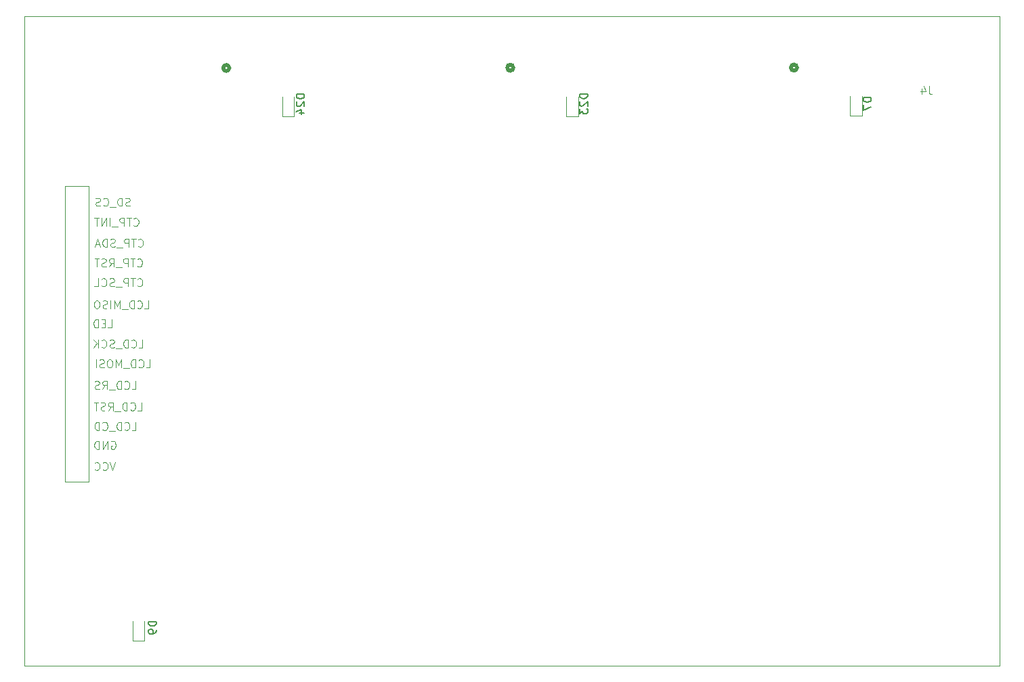
<source format=gbr>
%TF.GenerationSoftware,KiCad,Pcbnew,8.0.8*%
%TF.CreationDate,2025-11-10T08:34:54-07:00*%
%TF.ProjectId,WiegandTest,57696567-616e-4645-9465-73742e6b6963,A*%
%TF.SameCoordinates,Original*%
%TF.FileFunction,Legend,Bot*%
%TF.FilePolarity,Positive*%
%FSLAX46Y46*%
G04 Gerber Fmt 4.6, Leading zero omitted, Abs format (unit mm)*
G04 Created by KiCad (PCBNEW 8.0.8) date 2025-11-10 08:34:54*
%MOMM*%
%LPD*%
G01*
G04 APERTURE LIST*
%ADD10C,0.100000*%
%ADD11C,0.150000*%
%ADD12C,0.508000*%
%ADD13C,0.120000*%
%TA.AperFunction,Profile*%
%ADD14C,0.050000*%
%TD*%
G04 APERTURE END LIST*
D10*
X83979725Y-101421619D02*
X84455915Y-101421619D01*
X84455915Y-101421619D02*
X84455915Y-100421619D01*
X83074963Y-101326380D02*
X83122582Y-101374000D01*
X83122582Y-101374000D02*
X83265439Y-101421619D01*
X83265439Y-101421619D02*
X83360677Y-101421619D01*
X83360677Y-101421619D02*
X83503534Y-101374000D01*
X83503534Y-101374000D02*
X83598772Y-101278761D01*
X83598772Y-101278761D02*
X83646391Y-101183523D01*
X83646391Y-101183523D02*
X83694010Y-100993047D01*
X83694010Y-100993047D02*
X83694010Y-100850190D01*
X83694010Y-100850190D02*
X83646391Y-100659714D01*
X83646391Y-100659714D02*
X83598772Y-100564476D01*
X83598772Y-100564476D02*
X83503534Y-100469238D01*
X83503534Y-100469238D02*
X83360677Y-100421619D01*
X83360677Y-100421619D02*
X83265439Y-100421619D01*
X83265439Y-100421619D02*
X83122582Y-100469238D01*
X83122582Y-100469238D02*
X83074963Y-100516857D01*
X82646391Y-101421619D02*
X82646391Y-100421619D01*
X82646391Y-100421619D02*
X82408296Y-100421619D01*
X82408296Y-100421619D02*
X82265439Y-100469238D01*
X82265439Y-100469238D02*
X82170201Y-100564476D01*
X82170201Y-100564476D02*
X82122582Y-100659714D01*
X82122582Y-100659714D02*
X82074963Y-100850190D01*
X82074963Y-100850190D02*
X82074963Y-100993047D01*
X82074963Y-100993047D02*
X82122582Y-101183523D01*
X82122582Y-101183523D02*
X82170201Y-101278761D01*
X82170201Y-101278761D02*
X82265439Y-101374000D01*
X82265439Y-101374000D02*
X82408296Y-101421619D01*
X82408296Y-101421619D02*
X82646391Y-101421619D01*
X81884487Y-101516857D02*
X81122582Y-101516857D01*
X80313058Y-101421619D02*
X80646391Y-100945428D01*
X80884486Y-101421619D02*
X80884486Y-100421619D01*
X80884486Y-100421619D02*
X80503534Y-100421619D01*
X80503534Y-100421619D02*
X80408296Y-100469238D01*
X80408296Y-100469238D02*
X80360677Y-100516857D01*
X80360677Y-100516857D02*
X80313058Y-100612095D01*
X80313058Y-100612095D02*
X80313058Y-100754952D01*
X80313058Y-100754952D02*
X80360677Y-100850190D01*
X80360677Y-100850190D02*
X80408296Y-100897809D01*
X80408296Y-100897809D02*
X80503534Y-100945428D01*
X80503534Y-100945428D02*
X80884486Y-100945428D01*
X79932105Y-101374000D02*
X79789248Y-101421619D01*
X79789248Y-101421619D02*
X79551153Y-101421619D01*
X79551153Y-101421619D02*
X79455915Y-101374000D01*
X79455915Y-101374000D02*
X79408296Y-101326380D01*
X79408296Y-101326380D02*
X79360677Y-101231142D01*
X79360677Y-101231142D02*
X79360677Y-101135904D01*
X79360677Y-101135904D02*
X79408296Y-101040666D01*
X79408296Y-101040666D02*
X79455915Y-100993047D01*
X79455915Y-100993047D02*
X79551153Y-100945428D01*
X79551153Y-100945428D02*
X79741629Y-100897809D01*
X79741629Y-100897809D02*
X79836867Y-100850190D01*
X79836867Y-100850190D02*
X79884486Y-100802571D01*
X79884486Y-100802571D02*
X79932105Y-100707333D01*
X79932105Y-100707333D02*
X79932105Y-100612095D01*
X79932105Y-100612095D02*
X79884486Y-100516857D01*
X79884486Y-100516857D02*
X79836867Y-100469238D01*
X79836867Y-100469238D02*
X79741629Y-100421619D01*
X79741629Y-100421619D02*
X79503534Y-100421619D01*
X79503534Y-100421619D02*
X79360677Y-100469238D01*
X79074962Y-100421619D02*
X78503534Y-100421619D01*
X78789248Y-101421619D02*
X78789248Y-100421619D01*
X84106725Y-93573019D02*
X84582915Y-93573019D01*
X84582915Y-93573019D02*
X84582915Y-92573019D01*
X83201963Y-93477780D02*
X83249582Y-93525400D01*
X83249582Y-93525400D02*
X83392439Y-93573019D01*
X83392439Y-93573019D02*
X83487677Y-93573019D01*
X83487677Y-93573019D02*
X83630534Y-93525400D01*
X83630534Y-93525400D02*
X83725772Y-93430161D01*
X83725772Y-93430161D02*
X83773391Y-93334923D01*
X83773391Y-93334923D02*
X83821010Y-93144447D01*
X83821010Y-93144447D02*
X83821010Y-93001590D01*
X83821010Y-93001590D02*
X83773391Y-92811114D01*
X83773391Y-92811114D02*
X83725772Y-92715876D01*
X83725772Y-92715876D02*
X83630534Y-92620638D01*
X83630534Y-92620638D02*
X83487677Y-92573019D01*
X83487677Y-92573019D02*
X83392439Y-92573019D01*
X83392439Y-92573019D02*
X83249582Y-92620638D01*
X83249582Y-92620638D02*
X83201963Y-92668257D01*
X82773391Y-93573019D02*
X82773391Y-92573019D01*
X82773391Y-92573019D02*
X82535296Y-92573019D01*
X82535296Y-92573019D02*
X82392439Y-92620638D01*
X82392439Y-92620638D02*
X82297201Y-92715876D01*
X82297201Y-92715876D02*
X82249582Y-92811114D01*
X82249582Y-92811114D02*
X82201963Y-93001590D01*
X82201963Y-93001590D02*
X82201963Y-93144447D01*
X82201963Y-93144447D02*
X82249582Y-93334923D01*
X82249582Y-93334923D02*
X82297201Y-93430161D01*
X82297201Y-93430161D02*
X82392439Y-93525400D01*
X82392439Y-93525400D02*
X82535296Y-93573019D01*
X82535296Y-93573019D02*
X82773391Y-93573019D01*
X82011487Y-93668257D02*
X81249582Y-93668257D01*
X81059105Y-93525400D02*
X80916248Y-93573019D01*
X80916248Y-93573019D02*
X80678153Y-93573019D01*
X80678153Y-93573019D02*
X80582915Y-93525400D01*
X80582915Y-93525400D02*
X80535296Y-93477780D01*
X80535296Y-93477780D02*
X80487677Y-93382542D01*
X80487677Y-93382542D02*
X80487677Y-93287304D01*
X80487677Y-93287304D02*
X80535296Y-93192066D01*
X80535296Y-93192066D02*
X80582915Y-93144447D01*
X80582915Y-93144447D02*
X80678153Y-93096828D01*
X80678153Y-93096828D02*
X80868629Y-93049209D01*
X80868629Y-93049209D02*
X80963867Y-93001590D01*
X80963867Y-93001590D02*
X81011486Y-92953971D01*
X81011486Y-92953971D02*
X81059105Y-92858733D01*
X81059105Y-92858733D02*
X81059105Y-92763495D01*
X81059105Y-92763495D02*
X81011486Y-92668257D01*
X81011486Y-92668257D02*
X80963867Y-92620638D01*
X80963867Y-92620638D02*
X80868629Y-92573019D01*
X80868629Y-92573019D02*
X80630534Y-92573019D01*
X80630534Y-92573019D02*
X80487677Y-92620638D01*
X79487677Y-93477780D02*
X79535296Y-93525400D01*
X79535296Y-93525400D02*
X79678153Y-93573019D01*
X79678153Y-93573019D02*
X79773391Y-93573019D01*
X79773391Y-93573019D02*
X79916248Y-93525400D01*
X79916248Y-93525400D02*
X80011486Y-93430161D01*
X80011486Y-93430161D02*
X80059105Y-93334923D01*
X80059105Y-93334923D02*
X80106724Y-93144447D01*
X80106724Y-93144447D02*
X80106724Y-93001590D01*
X80106724Y-93001590D02*
X80059105Y-92811114D01*
X80059105Y-92811114D02*
X80011486Y-92715876D01*
X80011486Y-92715876D02*
X79916248Y-92620638D01*
X79916248Y-92620638D02*
X79773391Y-92573019D01*
X79773391Y-92573019D02*
X79678153Y-92573019D01*
X79678153Y-92573019D02*
X79535296Y-92620638D01*
X79535296Y-92620638D02*
X79487677Y-92668257D01*
X79059105Y-93573019D02*
X79059105Y-92573019D01*
X78487677Y-93573019D02*
X78916248Y-93001590D01*
X78487677Y-92573019D02*
X79059105Y-93144447D01*
X80271325Y-91058419D02*
X80747515Y-91058419D01*
X80747515Y-91058419D02*
X80747515Y-90058419D01*
X79937991Y-90534609D02*
X79604658Y-90534609D01*
X79461801Y-91058419D02*
X79937991Y-91058419D01*
X79937991Y-91058419D02*
X79937991Y-90058419D01*
X79937991Y-90058419D02*
X79461801Y-90058419D01*
X79033229Y-91058419D02*
X79033229Y-90058419D01*
X79033229Y-90058419D02*
X78795134Y-90058419D01*
X78795134Y-90058419D02*
X78652277Y-90106038D01*
X78652277Y-90106038D02*
X78557039Y-90201276D01*
X78557039Y-90201276D02*
X78509420Y-90296514D01*
X78509420Y-90296514D02*
X78461801Y-90486990D01*
X78461801Y-90486990D02*
X78461801Y-90629847D01*
X78461801Y-90629847D02*
X78509420Y-90820323D01*
X78509420Y-90820323D02*
X78557039Y-90915561D01*
X78557039Y-90915561D02*
X78652277Y-91010800D01*
X78652277Y-91010800D02*
X78795134Y-91058419D01*
X78795134Y-91058419D02*
X79033229Y-91058419D01*
X83030334Y-75796200D02*
X82887477Y-75843819D01*
X82887477Y-75843819D02*
X82649382Y-75843819D01*
X82649382Y-75843819D02*
X82554144Y-75796200D01*
X82554144Y-75796200D02*
X82506525Y-75748580D01*
X82506525Y-75748580D02*
X82458906Y-75653342D01*
X82458906Y-75653342D02*
X82458906Y-75558104D01*
X82458906Y-75558104D02*
X82506525Y-75462866D01*
X82506525Y-75462866D02*
X82554144Y-75415247D01*
X82554144Y-75415247D02*
X82649382Y-75367628D01*
X82649382Y-75367628D02*
X82839858Y-75320009D01*
X82839858Y-75320009D02*
X82935096Y-75272390D01*
X82935096Y-75272390D02*
X82982715Y-75224771D01*
X82982715Y-75224771D02*
X83030334Y-75129533D01*
X83030334Y-75129533D02*
X83030334Y-75034295D01*
X83030334Y-75034295D02*
X82982715Y-74939057D01*
X82982715Y-74939057D02*
X82935096Y-74891438D01*
X82935096Y-74891438D02*
X82839858Y-74843819D01*
X82839858Y-74843819D02*
X82601763Y-74843819D01*
X82601763Y-74843819D02*
X82458906Y-74891438D01*
X82030334Y-75843819D02*
X82030334Y-74843819D01*
X82030334Y-74843819D02*
X81792239Y-74843819D01*
X81792239Y-74843819D02*
X81649382Y-74891438D01*
X81649382Y-74891438D02*
X81554144Y-74986676D01*
X81554144Y-74986676D02*
X81506525Y-75081914D01*
X81506525Y-75081914D02*
X81458906Y-75272390D01*
X81458906Y-75272390D02*
X81458906Y-75415247D01*
X81458906Y-75415247D02*
X81506525Y-75605723D01*
X81506525Y-75605723D02*
X81554144Y-75700961D01*
X81554144Y-75700961D02*
X81649382Y-75796200D01*
X81649382Y-75796200D02*
X81792239Y-75843819D01*
X81792239Y-75843819D02*
X82030334Y-75843819D01*
X81268430Y-75939057D02*
X80506525Y-75939057D01*
X79697001Y-75748580D02*
X79744620Y-75796200D01*
X79744620Y-75796200D02*
X79887477Y-75843819D01*
X79887477Y-75843819D02*
X79982715Y-75843819D01*
X79982715Y-75843819D02*
X80125572Y-75796200D01*
X80125572Y-75796200D02*
X80220810Y-75700961D01*
X80220810Y-75700961D02*
X80268429Y-75605723D01*
X80268429Y-75605723D02*
X80316048Y-75415247D01*
X80316048Y-75415247D02*
X80316048Y-75272390D01*
X80316048Y-75272390D02*
X80268429Y-75081914D01*
X80268429Y-75081914D02*
X80220810Y-74986676D01*
X80220810Y-74986676D02*
X80125572Y-74891438D01*
X80125572Y-74891438D02*
X79982715Y-74843819D01*
X79982715Y-74843819D02*
X79887477Y-74843819D01*
X79887477Y-74843819D02*
X79744620Y-74891438D01*
X79744620Y-74891438D02*
X79697001Y-74939057D01*
X79316048Y-75796200D02*
X79173191Y-75843819D01*
X79173191Y-75843819D02*
X78935096Y-75843819D01*
X78935096Y-75843819D02*
X78839858Y-75796200D01*
X78839858Y-75796200D02*
X78792239Y-75748580D01*
X78792239Y-75748580D02*
X78744620Y-75653342D01*
X78744620Y-75653342D02*
X78744620Y-75558104D01*
X78744620Y-75558104D02*
X78792239Y-75462866D01*
X78792239Y-75462866D02*
X78839858Y-75415247D01*
X78839858Y-75415247D02*
X78935096Y-75367628D01*
X78935096Y-75367628D02*
X79125572Y-75320009D01*
X79125572Y-75320009D02*
X79220810Y-75272390D01*
X79220810Y-75272390D02*
X79268429Y-75224771D01*
X79268429Y-75224771D02*
X79316048Y-75129533D01*
X79316048Y-75129533D02*
X79316048Y-75034295D01*
X79316048Y-75034295D02*
X79268429Y-74939057D01*
X79268429Y-74939057D02*
X79220810Y-74891438D01*
X79220810Y-74891438D02*
X79125572Y-74843819D01*
X79125572Y-74843819D02*
X78887477Y-74843819D01*
X78887477Y-74843819D02*
X78744620Y-74891438D01*
X83268525Y-103885419D02*
X83744715Y-103885419D01*
X83744715Y-103885419D02*
X83744715Y-102885419D01*
X82363763Y-103790180D02*
X82411382Y-103837800D01*
X82411382Y-103837800D02*
X82554239Y-103885419D01*
X82554239Y-103885419D02*
X82649477Y-103885419D01*
X82649477Y-103885419D02*
X82792334Y-103837800D01*
X82792334Y-103837800D02*
X82887572Y-103742561D01*
X82887572Y-103742561D02*
X82935191Y-103647323D01*
X82935191Y-103647323D02*
X82982810Y-103456847D01*
X82982810Y-103456847D02*
X82982810Y-103313990D01*
X82982810Y-103313990D02*
X82935191Y-103123514D01*
X82935191Y-103123514D02*
X82887572Y-103028276D01*
X82887572Y-103028276D02*
X82792334Y-102933038D01*
X82792334Y-102933038D02*
X82649477Y-102885419D01*
X82649477Y-102885419D02*
X82554239Y-102885419D01*
X82554239Y-102885419D02*
X82411382Y-102933038D01*
X82411382Y-102933038D02*
X82363763Y-102980657D01*
X81935191Y-103885419D02*
X81935191Y-102885419D01*
X81935191Y-102885419D02*
X81697096Y-102885419D01*
X81697096Y-102885419D02*
X81554239Y-102933038D01*
X81554239Y-102933038D02*
X81459001Y-103028276D01*
X81459001Y-103028276D02*
X81411382Y-103123514D01*
X81411382Y-103123514D02*
X81363763Y-103313990D01*
X81363763Y-103313990D02*
X81363763Y-103456847D01*
X81363763Y-103456847D02*
X81411382Y-103647323D01*
X81411382Y-103647323D02*
X81459001Y-103742561D01*
X81459001Y-103742561D02*
X81554239Y-103837800D01*
X81554239Y-103837800D02*
X81697096Y-103885419D01*
X81697096Y-103885419D02*
X81935191Y-103885419D01*
X81173287Y-103980657D02*
X80411382Y-103980657D01*
X79601858Y-103790180D02*
X79649477Y-103837800D01*
X79649477Y-103837800D02*
X79792334Y-103885419D01*
X79792334Y-103885419D02*
X79887572Y-103885419D01*
X79887572Y-103885419D02*
X80030429Y-103837800D01*
X80030429Y-103837800D02*
X80125667Y-103742561D01*
X80125667Y-103742561D02*
X80173286Y-103647323D01*
X80173286Y-103647323D02*
X80220905Y-103456847D01*
X80220905Y-103456847D02*
X80220905Y-103313990D01*
X80220905Y-103313990D02*
X80173286Y-103123514D01*
X80173286Y-103123514D02*
X80125667Y-103028276D01*
X80125667Y-103028276D02*
X80030429Y-102933038D01*
X80030429Y-102933038D02*
X79887572Y-102885419D01*
X79887572Y-102885419D02*
X79792334Y-102885419D01*
X79792334Y-102885419D02*
X79649477Y-102933038D01*
X79649477Y-102933038D02*
X79601858Y-102980657D01*
X79173286Y-103885419D02*
X79173286Y-102885419D01*
X79173286Y-102885419D02*
X78935191Y-102885419D01*
X78935191Y-102885419D02*
X78792334Y-102933038D01*
X78792334Y-102933038D02*
X78697096Y-103028276D01*
X78697096Y-103028276D02*
X78649477Y-103123514D01*
X78649477Y-103123514D02*
X78601858Y-103313990D01*
X78601858Y-103313990D02*
X78601858Y-103456847D01*
X78601858Y-103456847D02*
X78649477Y-103647323D01*
X78649477Y-103647323D02*
X78697096Y-103742561D01*
X78697096Y-103742561D02*
X78792334Y-103837800D01*
X78792334Y-103837800D02*
X78935191Y-103885419D01*
X78935191Y-103885419D02*
X79173286Y-103885419D01*
X83960687Y-85806980D02*
X84008306Y-85854600D01*
X84008306Y-85854600D02*
X84151163Y-85902219D01*
X84151163Y-85902219D02*
X84246401Y-85902219D01*
X84246401Y-85902219D02*
X84389258Y-85854600D01*
X84389258Y-85854600D02*
X84484496Y-85759361D01*
X84484496Y-85759361D02*
X84532115Y-85664123D01*
X84532115Y-85664123D02*
X84579734Y-85473647D01*
X84579734Y-85473647D02*
X84579734Y-85330790D01*
X84579734Y-85330790D02*
X84532115Y-85140314D01*
X84532115Y-85140314D02*
X84484496Y-85045076D01*
X84484496Y-85045076D02*
X84389258Y-84949838D01*
X84389258Y-84949838D02*
X84246401Y-84902219D01*
X84246401Y-84902219D02*
X84151163Y-84902219D01*
X84151163Y-84902219D02*
X84008306Y-84949838D01*
X84008306Y-84949838D02*
X83960687Y-84997457D01*
X83674972Y-84902219D02*
X83103544Y-84902219D01*
X83389258Y-85902219D02*
X83389258Y-84902219D01*
X82770210Y-85902219D02*
X82770210Y-84902219D01*
X82770210Y-84902219D02*
X82389258Y-84902219D01*
X82389258Y-84902219D02*
X82294020Y-84949838D01*
X82294020Y-84949838D02*
X82246401Y-84997457D01*
X82246401Y-84997457D02*
X82198782Y-85092695D01*
X82198782Y-85092695D02*
X82198782Y-85235552D01*
X82198782Y-85235552D02*
X82246401Y-85330790D01*
X82246401Y-85330790D02*
X82294020Y-85378409D01*
X82294020Y-85378409D02*
X82389258Y-85426028D01*
X82389258Y-85426028D02*
X82770210Y-85426028D01*
X82008306Y-85997457D02*
X81246401Y-85997457D01*
X81055924Y-85854600D02*
X80913067Y-85902219D01*
X80913067Y-85902219D02*
X80674972Y-85902219D01*
X80674972Y-85902219D02*
X80579734Y-85854600D01*
X80579734Y-85854600D02*
X80532115Y-85806980D01*
X80532115Y-85806980D02*
X80484496Y-85711742D01*
X80484496Y-85711742D02*
X80484496Y-85616504D01*
X80484496Y-85616504D02*
X80532115Y-85521266D01*
X80532115Y-85521266D02*
X80579734Y-85473647D01*
X80579734Y-85473647D02*
X80674972Y-85426028D01*
X80674972Y-85426028D02*
X80865448Y-85378409D01*
X80865448Y-85378409D02*
X80960686Y-85330790D01*
X80960686Y-85330790D02*
X81008305Y-85283171D01*
X81008305Y-85283171D02*
X81055924Y-85187933D01*
X81055924Y-85187933D02*
X81055924Y-85092695D01*
X81055924Y-85092695D02*
X81008305Y-84997457D01*
X81008305Y-84997457D02*
X80960686Y-84949838D01*
X80960686Y-84949838D02*
X80865448Y-84902219D01*
X80865448Y-84902219D02*
X80627353Y-84902219D01*
X80627353Y-84902219D02*
X80484496Y-84949838D01*
X79484496Y-85806980D02*
X79532115Y-85854600D01*
X79532115Y-85854600D02*
X79674972Y-85902219D01*
X79674972Y-85902219D02*
X79770210Y-85902219D01*
X79770210Y-85902219D02*
X79913067Y-85854600D01*
X79913067Y-85854600D02*
X80008305Y-85759361D01*
X80008305Y-85759361D02*
X80055924Y-85664123D01*
X80055924Y-85664123D02*
X80103543Y-85473647D01*
X80103543Y-85473647D02*
X80103543Y-85330790D01*
X80103543Y-85330790D02*
X80055924Y-85140314D01*
X80055924Y-85140314D02*
X80008305Y-85045076D01*
X80008305Y-85045076D02*
X79913067Y-84949838D01*
X79913067Y-84949838D02*
X79770210Y-84902219D01*
X79770210Y-84902219D02*
X79674972Y-84902219D01*
X79674972Y-84902219D02*
X79532115Y-84949838D01*
X79532115Y-84949838D02*
X79484496Y-84997457D01*
X78579734Y-85902219D02*
X79055924Y-85902219D01*
X79055924Y-85902219D02*
X79055924Y-84902219D01*
X80680906Y-105295238D02*
X80776144Y-105247619D01*
X80776144Y-105247619D02*
X80919001Y-105247619D01*
X80919001Y-105247619D02*
X81061858Y-105295238D01*
X81061858Y-105295238D02*
X81157096Y-105390476D01*
X81157096Y-105390476D02*
X81204715Y-105485714D01*
X81204715Y-105485714D02*
X81252334Y-105676190D01*
X81252334Y-105676190D02*
X81252334Y-105819047D01*
X81252334Y-105819047D02*
X81204715Y-106009523D01*
X81204715Y-106009523D02*
X81157096Y-106104761D01*
X81157096Y-106104761D02*
X81061858Y-106200000D01*
X81061858Y-106200000D02*
X80919001Y-106247619D01*
X80919001Y-106247619D02*
X80823763Y-106247619D01*
X80823763Y-106247619D02*
X80680906Y-106200000D01*
X80680906Y-106200000D02*
X80633287Y-106152380D01*
X80633287Y-106152380D02*
X80633287Y-105819047D01*
X80633287Y-105819047D02*
X80823763Y-105819047D01*
X80204715Y-106247619D02*
X80204715Y-105247619D01*
X80204715Y-105247619D02*
X79633287Y-106247619D01*
X79633287Y-106247619D02*
X79633287Y-105247619D01*
X79157096Y-106247619D02*
X79157096Y-105247619D01*
X79157096Y-105247619D02*
X78919001Y-105247619D01*
X78919001Y-105247619D02*
X78776144Y-105295238D01*
X78776144Y-105295238D02*
X78680906Y-105390476D01*
X78680906Y-105390476D02*
X78633287Y-105485714D01*
X78633287Y-105485714D02*
X78585668Y-105676190D01*
X78585668Y-105676190D02*
X78585668Y-105819047D01*
X78585668Y-105819047D02*
X78633287Y-106009523D01*
X78633287Y-106009523D02*
X78680906Y-106104761D01*
X78680906Y-106104761D02*
X78776144Y-106200000D01*
X78776144Y-106200000D02*
X78919001Y-106247619D01*
X78919001Y-106247619D02*
X79157096Y-106247619D01*
X83243125Y-98754619D02*
X83719315Y-98754619D01*
X83719315Y-98754619D02*
X83719315Y-97754619D01*
X82338363Y-98659380D02*
X82385982Y-98707000D01*
X82385982Y-98707000D02*
X82528839Y-98754619D01*
X82528839Y-98754619D02*
X82624077Y-98754619D01*
X82624077Y-98754619D02*
X82766934Y-98707000D01*
X82766934Y-98707000D02*
X82862172Y-98611761D01*
X82862172Y-98611761D02*
X82909791Y-98516523D01*
X82909791Y-98516523D02*
X82957410Y-98326047D01*
X82957410Y-98326047D02*
X82957410Y-98183190D01*
X82957410Y-98183190D02*
X82909791Y-97992714D01*
X82909791Y-97992714D02*
X82862172Y-97897476D01*
X82862172Y-97897476D02*
X82766934Y-97802238D01*
X82766934Y-97802238D02*
X82624077Y-97754619D01*
X82624077Y-97754619D02*
X82528839Y-97754619D01*
X82528839Y-97754619D02*
X82385982Y-97802238D01*
X82385982Y-97802238D02*
X82338363Y-97849857D01*
X81909791Y-98754619D02*
X81909791Y-97754619D01*
X81909791Y-97754619D02*
X81671696Y-97754619D01*
X81671696Y-97754619D02*
X81528839Y-97802238D01*
X81528839Y-97802238D02*
X81433601Y-97897476D01*
X81433601Y-97897476D02*
X81385982Y-97992714D01*
X81385982Y-97992714D02*
X81338363Y-98183190D01*
X81338363Y-98183190D02*
X81338363Y-98326047D01*
X81338363Y-98326047D02*
X81385982Y-98516523D01*
X81385982Y-98516523D02*
X81433601Y-98611761D01*
X81433601Y-98611761D02*
X81528839Y-98707000D01*
X81528839Y-98707000D02*
X81671696Y-98754619D01*
X81671696Y-98754619D02*
X81909791Y-98754619D01*
X81147887Y-98849857D02*
X80385982Y-98849857D01*
X79576458Y-98754619D02*
X79909791Y-98278428D01*
X80147886Y-98754619D02*
X80147886Y-97754619D01*
X80147886Y-97754619D02*
X79766934Y-97754619D01*
X79766934Y-97754619D02*
X79671696Y-97802238D01*
X79671696Y-97802238D02*
X79624077Y-97849857D01*
X79624077Y-97849857D02*
X79576458Y-97945095D01*
X79576458Y-97945095D02*
X79576458Y-98087952D01*
X79576458Y-98087952D02*
X79624077Y-98183190D01*
X79624077Y-98183190D02*
X79671696Y-98230809D01*
X79671696Y-98230809D02*
X79766934Y-98278428D01*
X79766934Y-98278428D02*
X80147886Y-98278428D01*
X79195505Y-98707000D02*
X79052648Y-98754619D01*
X79052648Y-98754619D02*
X78814553Y-98754619D01*
X78814553Y-98754619D02*
X78719315Y-98707000D01*
X78719315Y-98707000D02*
X78671696Y-98659380D01*
X78671696Y-98659380D02*
X78624077Y-98564142D01*
X78624077Y-98564142D02*
X78624077Y-98468904D01*
X78624077Y-98468904D02*
X78671696Y-98373666D01*
X78671696Y-98373666D02*
X78719315Y-98326047D01*
X78719315Y-98326047D02*
X78814553Y-98278428D01*
X78814553Y-98278428D02*
X79005029Y-98230809D01*
X79005029Y-98230809D02*
X79100267Y-98183190D01*
X79100267Y-98183190D02*
X79147886Y-98135571D01*
X79147886Y-98135571D02*
X79195505Y-98040333D01*
X79195505Y-98040333D02*
X79195505Y-97945095D01*
X79195505Y-97945095D02*
X79147886Y-97849857D01*
X79147886Y-97849857D02*
X79100267Y-97802238D01*
X79100267Y-97802238D02*
X79005029Y-97754619D01*
X79005029Y-97754619D02*
X78766934Y-97754619D01*
X78766934Y-97754619D02*
X78624077Y-97802238D01*
X84062287Y-80853980D02*
X84109906Y-80901600D01*
X84109906Y-80901600D02*
X84252763Y-80949219D01*
X84252763Y-80949219D02*
X84348001Y-80949219D01*
X84348001Y-80949219D02*
X84490858Y-80901600D01*
X84490858Y-80901600D02*
X84586096Y-80806361D01*
X84586096Y-80806361D02*
X84633715Y-80711123D01*
X84633715Y-80711123D02*
X84681334Y-80520647D01*
X84681334Y-80520647D02*
X84681334Y-80377790D01*
X84681334Y-80377790D02*
X84633715Y-80187314D01*
X84633715Y-80187314D02*
X84586096Y-80092076D01*
X84586096Y-80092076D02*
X84490858Y-79996838D01*
X84490858Y-79996838D02*
X84348001Y-79949219D01*
X84348001Y-79949219D02*
X84252763Y-79949219D01*
X84252763Y-79949219D02*
X84109906Y-79996838D01*
X84109906Y-79996838D02*
X84062287Y-80044457D01*
X83776572Y-79949219D02*
X83205144Y-79949219D01*
X83490858Y-80949219D02*
X83490858Y-79949219D01*
X82871810Y-80949219D02*
X82871810Y-79949219D01*
X82871810Y-79949219D02*
X82490858Y-79949219D01*
X82490858Y-79949219D02*
X82395620Y-79996838D01*
X82395620Y-79996838D02*
X82348001Y-80044457D01*
X82348001Y-80044457D02*
X82300382Y-80139695D01*
X82300382Y-80139695D02*
X82300382Y-80282552D01*
X82300382Y-80282552D02*
X82348001Y-80377790D01*
X82348001Y-80377790D02*
X82395620Y-80425409D01*
X82395620Y-80425409D02*
X82490858Y-80473028D01*
X82490858Y-80473028D02*
X82871810Y-80473028D01*
X82109906Y-81044457D02*
X81348001Y-81044457D01*
X81157524Y-80901600D02*
X81014667Y-80949219D01*
X81014667Y-80949219D02*
X80776572Y-80949219D01*
X80776572Y-80949219D02*
X80681334Y-80901600D01*
X80681334Y-80901600D02*
X80633715Y-80853980D01*
X80633715Y-80853980D02*
X80586096Y-80758742D01*
X80586096Y-80758742D02*
X80586096Y-80663504D01*
X80586096Y-80663504D02*
X80633715Y-80568266D01*
X80633715Y-80568266D02*
X80681334Y-80520647D01*
X80681334Y-80520647D02*
X80776572Y-80473028D01*
X80776572Y-80473028D02*
X80967048Y-80425409D01*
X80967048Y-80425409D02*
X81062286Y-80377790D01*
X81062286Y-80377790D02*
X81109905Y-80330171D01*
X81109905Y-80330171D02*
X81157524Y-80234933D01*
X81157524Y-80234933D02*
X81157524Y-80139695D01*
X81157524Y-80139695D02*
X81109905Y-80044457D01*
X81109905Y-80044457D02*
X81062286Y-79996838D01*
X81062286Y-79996838D02*
X80967048Y-79949219D01*
X80967048Y-79949219D02*
X80728953Y-79949219D01*
X80728953Y-79949219D02*
X80586096Y-79996838D01*
X80157524Y-80949219D02*
X80157524Y-79949219D01*
X80157524Y-79949219D02*
X79919429Y-79949219D01*
X79919429Y-79949219D02*
X79776572Y-79996838D01*
X79776572Y-79996838D02*
X79681334Y-80092076D01*
X79681334Y-80092076D02*
X79633715Y-80187314D01*
X79633715Y-80187314D02*
X79586096Y-80377790D01*
X79586096Y-80377790D02*
X79586096Y-80520647D01*
X79586096Y-80520647D02*
X79633715Y-80711123D01*
X79633715Y-80711123D02*
X79681334Y-80806361D01*
X79681334Y-80806361D02*
X79776572Y-80901600D01*
X79776572Y-80901600D02*
X79919429Y-80949219D01*
X79919429Y-80949219D02*
X80157524Y-80949219D01*
X79205143Y-80663504D02*
X78728953Y-80663504D01*
X79300381Y-80949219D02*
X78967048Y-79949219D01*
X78967048Y-79949219D02*
X78633715Y-80949219D01*
X81195172Y-107889219D02*
X80861839Y-108889219D01*
X80861839Y-108889219D02*
X80528506Y-107889219D01*
X79623744Y-108793980D02*
X79671363Y-108841600D01*
X79671363Y-108841600D02*
X79814220Y-108889219D01*
X79814220Y-108889219D02*
X79909458Y-108889219D01*
X79909458Y-108889219D02*
X80052315Y-108841600D01*
X80052315Y-108841600D02*
X80147553Y-108746361D01*
X80147553Y-108746361D02*
X80195172Y-108651123D01*
X80195172Y-108651123D02*
X80242791Y-108460647D01*
X80242791Y-108460647D02*
X80242791Y-108317790D01*
X80242791Y-108317790D02*
X80195172Y-108127314D01*
X80195172Y-108127314D02*
X80147553Y-108032076D01*
X80147553Y-108032076D02*
X80052315Y-107936838D01*
X80052315Y-107936838D02*
X79909458Y-107889219D01*
X79909458Y-107889219D02*
X79814220Y-107889219D01*
X79814220Y-107889219D02*
X79671363Y-107936838D01*
X79671363Y-107936838D02*
X79623744Y-107984457D01*
X78623744Y-108793980D02*
X78671363Y-108841600D01*
X78671363Y-108841600D02*
X78814220Y-108889219D01*
X78814220Y-108889219D02*
X78909458Y-108889219D01*
X78909458Y-108889219D02*
X79052315Y-108841600D01*
X79052315Y-108841600D02*
X79147553Y-108746361D01*
X79147553Y-108746361D02*
X79195172Y-108651123D01*
X79195172Y-108651123D02*
X79242791Y-108460647D01*
X79242791Y-108460647D02*
X79242791Y-108317790D01*
X79242791Y-108317790D02*
X79195172Y-108127314D01*
X79195172Y-108127314D02*
X79147553Y-108032076D01*
X79147553Y-108032076D02*
X79052315Y-107936838D01*
X79052315Y-107936838D02*
X78909458Y-107889219D01*
X78909458Y-107889219D02*
X78814220Y-107889219D01*
X78814220Y-107889219D02*
X78671363Y-107936838D01*
X78671363Y-107936838D02*
X78623744Y-107984457D01*
X83935287Y-83343180D02*
X83982906Y-83390800D01*
X83982906Y-83390800D02*
X84125763Y-83438419D01*
X84125763Y-83438419D02*
X84221001Y-83438419D01*
X84221001Y-83438419D02*
X84363858Y-83390800D01*
X84363858Y-83390800D02*
X84459096Y-83295561D01*
X84459096Y-83295561D02*
X84506715Y-83200323D01*
X84506715Y-83200323D02*
X84554334Y-83009847D01*
X84554334Y-83009847D02*
X84554334Y-82866990D01*
X84554334Y-82866990D02*
X84506715Y-82676514D01*
X84506715Y-82676514D02*
X84459096Y-82581276D01*
X84459096Y-82581276D02*
X84363858Y-82486038D01*
X84363858Y-82486038D02*
X84221001Y-82438419D01*
X84221001Y-82438419D02*
X84125763Y-82438419D01*
X84125763Y-82438419D02*
X83982906Y-82486038D01*
X83982906Y-82486038D02*
X83935287Y-82533657D01*
X83649572Y-82438419D02*
X83078144Y-82438419D01*
X83363858Y-83438419D02*
X83363858Y-82438419D01*
X82744810Y-83438419D02*
X82744810Y-82438419D01*
X82744810Y-82438419D02*
X82363858Y-82438419D01*
X82363858Y-82438419D02*
X82268620Y-82486038D01*
X82268620Y-82486038D02*
X82221001Y-82533657D01*
X82221001Y-82533657D02*
X82173382Y-82628895D01*
X82173382Y-82628895D02*
X82173382Y-82771752D01*
X82173382Y-82771752D02*
X82221001Y-82866990D01*
X82221001Y-82866990D02*
X82268620Y-82914609D01*
X82268620Y-82914609D02*
X82363858Y-82962228D01*
X82363858Y-82962228D02*
X82744810Y-82962228D01*
X81982906Y-83533657D02*
X81221001Y-83533657D01*
X80411477Y-83438419D02*
X80744810Y-82962228D01*
X80982905Y-83438419D02*
X80982905Y-82438419D01*
X80982905Y-82438419D02*
X80601953Y-82438419D01*
X80601953Y-82438419D02*
X80506715Y-82486038D01*
X80506715Y-82486038D02*
X80459096Y-82533657D01*
X80459096Y-82533657D02*
X80411477Y-82628895D01*
X80411477Y-82628895D02*
X80411477Y-82771752D01*
X80411477Y-82771752D02*
X80459096Y-82866990D01*
X80459096Y-82866990D02*
X80506715Y-82914609D01*
X80506715Y-82914609D02*
X80601953Y-82962228D01*
X80601953Y-82962228D02*
X80982905Y-82962228D01*
X80030524Y-83390800D02*
X79887667Y-83438419D01*
X79887667Y-83438419D02*
X79649572Y-83438419D01*
X79649572Y-83438419D02*
X79554334Y-83390800D01*
X79554334Y-83390800D02*
X79506715Y-83343180D01*
X79506715Y-83343180D02*
X79459096Y-83247942D01*
X79459096Y-83247942D02*
X79459096Y-83152704D01*
X79459096Y-83152704D02*
X79506715Y-83057466D01*
X79506715Y-83057466D02*
X79554334Y-83009847D01*
X79554334Y-83009847D02*
X79649572Y-82962228D01*
X79649572Y-82962228D02*
X79840048Y-82914609D01*
X79840048Y-82914609D02*
X79935286Y-82866990D01*
X79935286Y-82866990D02*
X79982905Y-82819371D01*
X79982905Y-82819371D02*
X80030524Y-82724133D01*
X80030524Y-82724133D02*
X80030524Y-82628895D01*
X80030524Y-82628895D02*
X79982905Y-82533657D01*
X79982905Y-82533657D02*
X79935286Y-82486038D01*
X79935286Y-82486038D02*
X79840048Y-82438419D01*
X79840048Y-82438419D02*
X79601953Y-82438419D01*
X79601953Y-82438419D02*
X79459096Y-82486038D01*
X79173381Y-82438419D02*
X78601953Y-82438419D01*
X78887667Y-83438419D02*
X78887667Y-82438419D01*
X85021125Y-96062219D02*
X85497315Y-96062219D01*
X85497315Y-96062219D02*
X85497315Y-95062219D01*
X84116363Y-95966980D02*
X84163982Y-96014600D01*
X84163982Y-96014600D02*
X84306839Y-96062219D01*
X84306839Y-96062219D02*
X84402077Y-96062219D01*
X84402077Y-96062219D02*
X84544934Y-96014600D01*
X84544934Y-96014600D02*
X84640172Y-95919361D01*
X84640172Y-95919361D02*
X84687791Y-95824123D01*
X84687791Y-95824123D02*
X84735410Y-95633647D01*
X84735410Y-95633647D02*
X84735410Y-95490790D01*
X84735410Y-95490790D02*
X84687791Y-95300314D01*
X84687791Y-95300314D02*
X84640172Y-95205076D01*
X84640172Y-95205076D02*
X84544934Y-95109838D01*
X84544934Y-95109838D02*
X84402077Y-95062219D01*
X84402077Y-95062219D02*
X84306839Y-95062219D01*
X84306839Y-95062219D02*
X84163982Y-95109838D01*
X84163982Y-95109838D02*
X84116363Y-95157457D01*
X83687791Y-96062219D02*
X83687791Y-95062219D01*
X83687791Y-95062219D02*
X83449696Y-95062219D01*
X83449696Y-95062219D02*
X83306839Y-95109838D01*
X83306839Y-95109838D02*
X83211601Y-95205076D01*
X83211601Y-95205076D02*
X83163982Y-95300314D01*
X83163982Y-95300314D02*
X83116363Y-95490790D01*
X83116363Y-95490790D02*
X83116363Y-95633647D01*
X83116363Y-95633647D02*
X83163982Y-95824123D01*
X83163982Y-95824123D02*
X83211601Y-95919361D01*
X83211601Y-95919361D02*
X83306839Y-96014600D01*
X83306839Y-96014600D02*
X83449696Y-96062219D01*
X83449696Y-96062219D02*
X83687791Y-96062219D01*
X82925887Y-96157457D02*
X82163982Y-96157457D01*
X81925886Y-96062219D02*
X81925886Y-95062219D01*
X81925886Y-95062219D02*
X81592553Y-95776504D01*
X81592553Y-95776504D02*
X81259220Y-95062219D01*
X81259220Y-95062219D02*
X81259220Y-96062219D01*
X80592553Y-95062219D02*
X80402077Y-95062219D01*
X80402077Y-95062219D02*
X80306839Y-95109838D01*
X80306839Y-95109838D02*
X80211601Y-95205076D01*
X80211601Y-95205076D02*
X80163982Y-95395552D01*
X80163982Y-95395552D02*
X80163982Y-95728885D01*
X80163982Y-95728885D02*
X80211601Y-95919361D01*
X80211601Y-95919361D02*
X80306839Y-96014600D01*
X80306839Y-96014600D02*
X80402077Y-96062219D01*
X80402077Y-96062219D02*
X80592553Y-96062219D01*
X80592553Y-96062219D02*
X80687791Y-96014600D01*
X80687791Y-96014600D02*
X80783029Y-95919361D01*
X80783029Y-95919361D02*
X80830648Y-95728885D01*
X80830648Y-95728885D02*
X80830648Y-95395552D01*
X80830648Y-95395552D02*
X80783029Y-95205076D01*
X80783029Y-95205076D02*
X80687791Y-95109838D01*
X80687791Y-95109838D02*
X80592553Y-95062219D01*
X79783029Y-96014600D02*
X79640172Y-96062219D01*
X79640172Y-96062219D02*
X79402077Y-96062219D01*
X79402077Y-96062219D02*
X79306839Y-96014600D01*
X79306839Y-96014600D02*
X79259220Y-95966980D01*
X79259220Y-95966980D02*
X79211601Y-95871742D01*
X79211601Y-95871742D02*
X79211601Y-95776504D01*
X79211601Y-95776504D02*
X79259220Y-95681266D01*
X79259220Y-95681266D02*
X79306839Y-95633647D01*
X79306839Y-95633647D02*
X79402077Y-95586028D01*
X79402077Y-95586028D02*
X79592553Y-95538409D01*
X79592553Y-95538409D02*
X79687791Y-95490790D01*
X79687791Y-95490790D02*
X79735410Y-95443171D01*
X79735410Y-95443171D02*
X79783029Y-95347933D01*
X79783029Y-95347933D02*
X79783029Y-95252695D01*
X79783029Y-95252695D02*
X79735410Y-95157457D01*
X79735410Y-95157457D02*
X79687791Y-95109838D01*
X79687791Y-95109838D02*
X79592553Y-95062219D01*
X79592553Y-95062219D02*
X79354458Y-95062219D01*
X79354458Y-95062219D02*
X79211601Y-95109838D01*
X78783029Y-96062219D02*
X78783029Y-95062219D01*
X83478087Y-78263180D02*
X83525706Y-78310800D01*
X83525706Y-78310800D02*
X83668563Y-78358419D01*
X83668563Y-78358419D02*
X83763801Y-78358419D01*
X83763801Y-78358419D02*
X83906658Y-78310800D01*
X83906658Y-78310800D02*
X84001896Y-78215561D01*
X84001896Y-78215561D02*
X84049515Y-78120323D01*
X84049515Y-78120323D02*
X84097134Y-77929847D01*
X84097134Y-77929847D02*
X84097134Y-77786990D01*
X84097134Y-77786990D02*
X84049515Y-77596514D01*
X84049515Y-77596514D02*
X84001896Y-77501276D01*
X84001896Y-77501276D02*
X83906658Y-77406038D01*
X83906658Y-77406038D02*
X83763801Y-77358419D01*
X83763801Y-77358419D02*
X83668563Y-77358419D01*
X83668563Y-77358419D02*
X83525706Y-77406038D01*
X83525706Y-77406038D02*
X83478087Y-77453657D01*
X83192372Y-77358419D02*
X82620944Y-77358419D01*
X82906658Y-78358419D02*
X82906658Y-77358419D01*
X82287610Y-78358419D02*
X82287610Y-77358419D01*
X82287610Y-77358419D02*
X81906658Y-77358419D01*
X81906658Y-77358419D02*
X81811420Y-77406038D01*
X81811420Y-77406038D02*
X81763801Y-77453657D01*
X81763801Y-77453657D02*
X81716182Y-77548895D01*
X81716182Y-77548895D02*
X81716182Y-77691752D01*
X81716182Y-77691752D02*
X81763801Y-77786990D01*
X81763801Y-77786990D02*
X81811420Y-77834609D01*
X81811420Y-77834609D02*
X81906658Y-77882228D01*
X81906658Y-77882228D02*
X82287610Y-77882228D01*
X81525706Y-78453657D02*
X80763801Y-78453657D01*
X80525705Y-78358419D02*
X80525705Y-77358419D01*
X80049515Y-78358419D02*
X80049515Y-77358419D01*
X80049515Y-77358419D02*
X79478087Y-78358419D01*
X79478087Y-78358419D02*
X79478087Y-77358419D01*
X79144753Y-77358419D02*
X78573325Y-77358419D01*
X78859039Y-78358419D02*
X78859039Y-77358419D01*
X84843325Y-88670819D02*
X85319515Y-88670819D01*
X85319515Y-88670819D02*
X85319515Y-87670819D01*
X83938563Y-88575580D02*
X83986182Y-88623200D01*
X83986182Y-88623200D02*
X84129039Y-88670819D01*
X84129039Y-88670819D02*
X84224277Y-88670819D01*
X84224277Y-88670819D02*
X84367134Y-88623200D01*
X84367134Y-88623200D02*
X84462372Y-88527961D01*
X84462372Y-88527961D02*
X84509991Y-88432723D01*
X84509991Y-88432723D02*
X84557610Y-88242247D01*
X84557610Y-88242247D02*
X84557610Y-88099390D01*
X84557610Y-88099390D02*
X84509991Y-87908914D01*
X84509991Y-87908914D02*
X84462372Y-87813676D01*
X84462372Y-87813676D02*
X84367134Y-87718438D01*
X84367134Y-87718438D02*
X84224277Y-87670819D01*
X84224277Y-87670819D02*
X84129039Y-87670819D01*
X84129039Y-87670819D02*
X83986182Y-87718438D01*
X83986182Y-87718438D02*
X83938563Y-87766057D01*
X83509991Y-88670819D02*
X83509991Y-87670819D01*
X83509991Y-87670819D02*
X83271896Y-87670819D01*
X83271896Y-87670819D02*
X83129039Y-87718438D01*
X83129039Y-87718438D02*
X83033801Y-87813676D01*
X83033801Y-87813676D02*
X82986182Y-87908914D01*
X82986182Y-87908914D02*
X82938563Y-88099390D01*
X82938563Y-88099390D02*
X82938563Y-88242247D01*
X82938563Y-88242247D02*
X82986182Y-88432723D01*
X82986182Y-88432723D02*
X83033801Y-88527961D01*
X83033801Y-88527961D02*
X83129039Y-88623200D01*
X83129039Y-88623200D02*
X83271896Y-88670819D01*
X83271896Y-88670819D02*
X83509991Y-88670819D01*
X82748087Y-88766057D02*
X81986182Y-88766057D01*
X81748086Y-88670819D02*
X81748086Y-87670819D01*
X81748086Y-87670819D02*
X81414753Y-88385104D01*
X81414753Y-88385104D02*
X81081420Y-87670819D01*
X81081420Y-87670819D02*
X81081420Y-88670819D01*
X80605229Y-88670819D02*
X80605229Y-87670819D01*
X80176658Y-88623200D02*
X80033801Y-88670819D01*
X80033801Y-88670819D02*
X79795706Y-88670819D01*
X79795706Y-88670819D02*
X79700468Y-88623200D01*
X79700468Y-88623200D02*
X79652849Y-88575580D01*
X79652849Y-88575580D02*
X79605230Y-88480342D01*
X79605230Y-88480342D02*
X79605230Y-88385104D01*
X79605230Y-88385104D02*
X79652849Y-88289866D01*
X79652849Y-88289866D02*
X79700468Y-88242247D01*
X79700468Y-88242247D02*
X79795706Y-88194628D01*
X79795706Y-88194628D02*
X79986182Y-88147009D01*
X79986182Y-88147009D02*
X80081420Y-88099390D01*
X80081420Y-88099390D02*
X80129039Y-88051771D01*
X80129039Y-88051771D02*
X80176658Y-87956533D01*
X80176658Y-87956533D02*
X80176658Y-87861295D01*
X80176658Y-87861295D02*
X80129039Y-87766057D01*
X80129039Y-87766057D02*
X80081420Y-87718438D01*
X80081420Y-87718438D02*
X79986182Y-87670819D01*
X79986182Y-87670819D02*
X79748087Y-87670819D01*
X79748087Y-87670819D02*
X79605230Y-87718438D01*
X78986182Y-87670819D02*
X78795706Y-87670819D01*
X78795706Y-87670819D02*
X78700468Y-87718438D01*
X78700468Y-87718438D02*
X78605230Y-87813676D01*
X78605230Y-87813676D02*
X78557611Y-88004152D01*
X78557611Y-88004152D02*
X78557611Y-88337485D01*
X78557611Y-88337485D02*
X78605230Y-88527961D01*
X78605230Y-88527961D02*
X78700468Y-88623200D01*
X78700468Y-88623200D02*
X78795706Y-88670819D01*
X78795706Y-88670819D02*
X78986182Y-88670819D01*
X78986182Y-88670819D02*
X79081420Y-88623200D01*
X79081420Y-88623200D02*
X79176658Y-88527961D01*
X79176658Y-88527961D02*
X79224277Y-88337485D01*
X79224277Y-88337485D02*
X79224277Y-88004152D01*
X79224277Y-88004152D02*
X79176658Y-87813676D01*
X79176658Y-87813676D02*
X79081420Y-87718438D01*
X79081420Y-87718438D02*
X78986182Y-87670819D01*
X182910333Y-60843819D02*
X182910333Y-61558104D01*
X182910333Y-61558104D02*
X182957952Y-61700961D01*
X182957952Y-61700961D02*
X183053190Y-61796200D01*
X183053190Y-61796200D02*
X183196047Y-61843819D01*
X183196047Y-61843819D02*
X183291285Y-61843819D01*
X182005571Y-61177152D02*
X182005571Y-61843819D01*
X182243666Y-60796200D02*
X182481761Y-61510485D01*
X182481761Y-61510485D02*
X181862714Y-61510485D01*
D11*
X104823419Y-61853914D02*
X103823419Y-61853914D01*
X103823419Y-61853914D02*
X103823419Y-62092009D01*
X103823419Y-62092009D02*
X103871038Y-62234866D01*
X103871038Y-62234866D02*
X103966276Y-62330104D01*
X103966276Y-62330104D02*
X104061514Y-62377723D01*
X104061514Y-62377723D02*
X104251990Y-62425342D01*
X104251990Y-62425342D02*
X104394847Y-62425342D01*
X104394847Y-62425342D02*
X104585323Y-62377723D01*
X104585323Y-62377723D02*
X104680561Y-62330104D01*
X104680561Y-62330104D02*
X104775800Y-62234866D01*
X104775800Y-62234866D02*
X104823419Y-62092009D01*
X104823419Y-62092009D02*
X104823419Y-61853914D01*
X103918657Y-62806295D02*
X103871038Y-62853914D01*
X103871038Y-62853914D02*
X103823419Y-62949152D01*
X103823419Y-62949152D02*
X103823419Y-63187247D01*
X103823419Y-63187247D02*
X103871038Y-63282485D01*
X103871038Y-63282485D02*
X103918657Y-63330104D01*
X103918657Y-63330104D02*
X104013895Y-63377723D01*
X104013895Y-63377723D02*
X104109133Y-63377723D01*
X104109133Y-63377723D02*
X104251990Y-63330104D01*
X104251990Y-63330104D02*
X104823419Y-62758676D01*
X104823419Y-62758676D02*
X104823419Y-63377723D01*
X104156752Y-64234866D02*
X104823419Y-64234866D01*
X103775800Y-63996771D02*
X104490085Y-63758676D01*
X104490085Y-63758676D02*
X104490085Y-64377723D01*
X86332219Y-127850705D02*
X85332219Y-127850705D01*
X85332219Y-127850705D02*
X85332219Y-128088800D01*
X85332219Y-128088800D02*
X85379838Y-128231657D01*
X85379838Y-128231657D02*
X85475076Y-128326895D01*
X85475076Y-128326895D02*
X85570314Y-128374514D01*
X85570314Y-128374514D02*
X85760790Y-128422133D01*
X85760790Y-128422133D02*
X85903647Y-128422133D01*
X85903647Y-128422133D02*
X86094123Y-128374514D01*
X86094123Y-128374514D02*
X86189361Y-128326895D01*
X86189361Y-128326895D02*
X86284600Y-128231657D01*
X86284600Y-128231657D02*
X86332219Y-128088800D01*
X86332219Y-128088800D02*
X86332219Y-127850705D01*
X86332219Y-128898324D02*
X86332219Y-129088800D01*
X86332219Y-129088800D02*
X86284600Y-129184038D01*
X86284600Y-129184038D02*
X86236980Y-129231657D01*
X86236980Y-129231657D02*
X86094123Y-129326895D01*
X86094123Y-129326895D02*
X85903647Y-129374514D01*
X85903647Y-129374514D02*
X85522695Y-129374514D01*
X85522695Y-129374514D02*
X85427457Y-129326895D01*
X85427457Y-129326895D02*
X85379838Y-129279276D01*
X85379838Y-129279276D02*
X85332219Y-129184038D01*
X85332219Y-129184038D02*
X85332219Y-128993562D01*
X85332219Y-128993562D02*
X85379838Y-128898324D01*
X85379838Y-128898324D02*
X85427457Y-128850705D01*
X85427457Y-128850705D02*
X85522695Y-128803086D01*
X85522695Y-128803086D02*
X85760790Y-128803086D01*
X85760790Y-128803086D02*
X85856028Y-128850705D01*
X85856028Y-128850705D02*
X85903647Y-128898324D01*
X85903647Y-128898324D02*
X85951266Y-128993562D01*
X85951266Y-128993562D02*
X85951266Y-129184038D01*
X85951266Y-129184038D02*
X85903647Y-129279276D01*
X85903647Y-129279276D02*
X85856028Y-129326895D01*
X85856028Y-129326895D02*
X85760790Y-129374514D01*
X140225619Y-61822314D02*
X139225619Y-61822314D01*
X139225619Y-61822314D02*
X139225619Y-62060409D01*
X139225619Y-62060409D02*
X139273238Y-62203266D01*
X139273238Y-62203266D02*
X139368476Y-62298504D01*
X139368476Y-62298504D02*
X139463714Y-62346123D01*
X139463714Y-62346123D02*
X139654190Y-62393742D01*
X139654190Y-62393742D02*
X139797047Y-62393742D01*
X139797047Y-62393742D02*
X139987523Y-62346123D01*
X139987523Y-62346123D02*
X140082761Y-62298504D01*
X140082761Y-62298504D02*
X140178000Y-62203266D01*
X140178000Y-62203266D02*
X140225619Y-62060409D01*
X140225619Y-62060409D02*
X140225619Y-61822314D01*
X139320857Y-62774695D02*
X139273238Y-62822314D01*
X139273238Y-62822314D02*
X139225619Y-62917552D01*
X139225619Y-62917552D02*
X139225619Y-63155647D01*
X139225619Y-63155647D02*
X139273238Y-63250885D01*
X139273238Y-63250885D02*
X139320857Y-63298504D01*
X139320857Y-63298504D02*
X139416095Y-63346123D01*
X139416095Y-63346123D02*
X139511333Y-63346123D01*
X139511333Y-63346123D02*
X139654190Y-63298504D01*
X139654190Y-63298504D02*
X140225619Y-62727076D01*
X140225619Y-62727076D02*
X140225619Y-63346123D01*
X139225619Y-63679457D02*
X139225619Y-64298504D01*
X139225619Y-64298504D02*
X139606571Y-63965171D01*
X139606571Y-63965171D02*
X139606571Y-64108028D01*
X139606571Y-64108028D02*
X139654190Y-64203266D01*
X139654190Y-64203266D02*
X139701809Y-64250885D01*
X139701809Y-64250885D02*
X139797047Y-64298504D01*
X139797047Y-64298504D02*
X140035142Y-64298504D01*
X140035142Y-64298504D02*
X140130380Y-64250885D01*
X140130380Y-64250885D02*
X140178000Y-64203266D01*
X140178000Y-64203266D02*
X140225619Y-64108028D01*
X140225619Y-64108028D02*
X140225619Y-63822314D01*
X140225619Y-63822314D02*
X140178000Y-63727076D01*
X140178000Y-63727076D02*
X140130380Y-63679457D01*
X175689419Y-62279305D02*
X174689419Y-62279305D01*
X174689419Y-62279305D02*
X174689419Y-62517400D01*
X174689419Y-62517400D02*
X174737038Y-62660257D01*
X174737038Y-62660257D02*
X174832276Y-62755495D01*
X174832276Y-62755495D02*
X174927514Y-62803114D01*
X174927514Y-62803114D02*
X175117990Y-62850733D01*
X175117990Y-62850733D02*
X175260847Y-62850733D01*
X175260847Y-62850733D02*
X175451323Y-62803114D01*
X175451323Y-62803114D02*
X175546561Y-62755495D01*
X175546561Y-62755495D02*
X175641800Y-62660257D01*
X175641800Y-62660257D02*
X175689419Y-62517400D01*
X175689419Y-62517400D02*
X175689419Y-62279305D01*
X174689419Y-63184067D02*
X174689419Y-63850733D01*
X174689419Y-63850733D02*
X175689419Y-63422162D01*
D12*
%TO.C,J10*%
X95445900Y-58572400D02*
G75*
G02*
X94683900Y-58572400I-381000J0D01*
G01*
X94683900Y-58572400D02*
G75*
G02*
X95445900Y-58572400I381000J0D01*
G01*
%TO.C,J7*%
X130949700Y-58540800D02*
G75*
G02*
X130187700Y-58540800I-381000J0D01*
G01*
X130187700Y-58540800D02*
G75*
G02*
X130949700Y-58540800I381000J0D01*
G01*
%TO.C,J3*%
X166413500Y-58521600D02*
G75*
G02*
X165651500Y-58521600I-381000J0D01*
G01*
X165651500Y-58521600D02*
G75*
G02*
X166413500Y-58521600I381000J0D01*
G01*
%TO.C,J4*%
D10*
X77867000Y-73390400D02*
X74867000Y-73390400D01*
X74867000Y-110326400D01*
X77867000Y-110326400D01*
X77867000Y-73390400D01*
D13*
%TO.C,D24*%
X102084200Y-62166600D02*
X102084200Y-64626600D01*
X102084200Y-64626600D02*
X103554200Y-64626600D01*
X103554200Y-64626600D02*
X103554200Y-62166600D01*
%TO.C,D9*%
X83364400Y-127788800D02*
X83364400Y-130248800D01*
X83364400Y-130248800D02*
X84834400Y-130248800D01*
X84834400Y-130248800D02*
X84834400Y-127788800D01*
%TO.C,D23*%
X137588000Y-62135000D02*
X137588000Y-64595000D01*
X137588000Y-64595000D02*
X139058000Y-64595000D01*
X139058000Y-64595000D02*
X139058000Y-62135000D01*
%TO.C,D7*%
X173051800Y-62115800D02*
X173051800Y-64575800D01*
X173051800Y-64575800D02*
X174521800Y-64575800D01*
X174521800Y-64575800D02*
X174521800Y-62115800D01*
%TD*%
D14*
X69850000Y-52070000D02*
X191770000Y-52070000D01*
X191770000Y-133350000D01*
X69850000Y-133350000D01*
X69850000Y-52070000D01*
M02*

</source>
